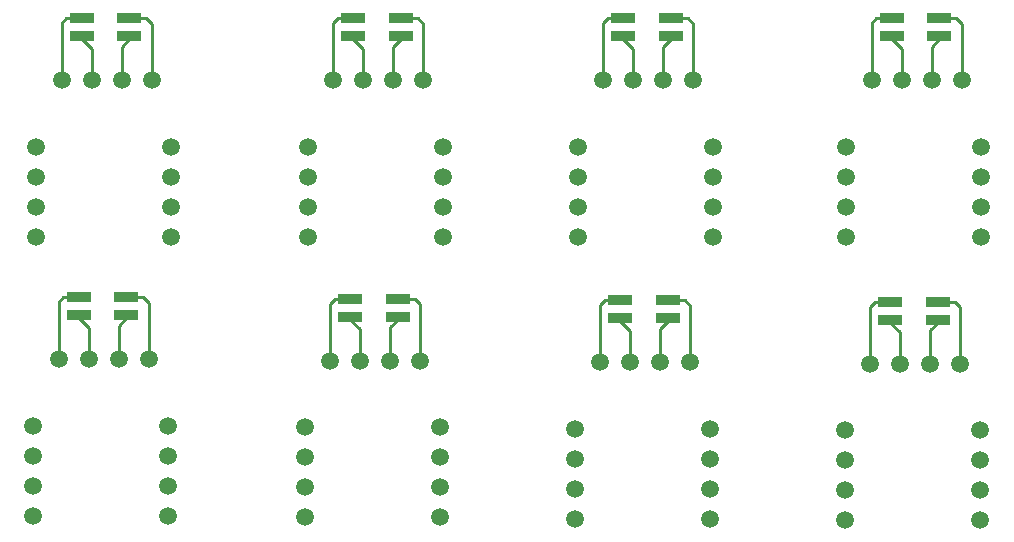
<source format=gbr>
G04 #@! TF.GenerationSoftware,KiCad,Pcbnew,(5.1.4)-1*
G04 #@! TF.CreationDate,2019-12-01T11:28:44-05:00*
G04 #@! TF.ProjectId,bob_ws2811_driver,626f625f-7773-4323-9831-315f64726976,rev?*
G04 #@! TF.SameCoordinates,Original*
G04 #@! TF.FileFunction,Copper,L2,Bot*
G04 #@! TF.FilePolarity,Positive*
%FSLAX46Y46*%
G04 Gerber Fmt 4.6, Leading zero omitted, Abs format (unit mm)*
G04 Created by KiCad (PCBNEW (5.1.4)-1) date 2019-12-01 11:28:44*
%MOMM*%
%LPD*%
G04 APERTURE LIST*
%ADD10R,2.000000X0.899160*%
%ADD11C,1.500000*%
%ADD12C,0.250000*%
G04 APERTURE END LIST*
D10*
X109633000Y-52946300D03*
X109633000Y-51447700D03*
X113633000Y-51447700D03*
X113633000Y-52946300D03*
D11*
X115522000Y-56690000D03*
X112982000Y-56690000D03*
X110442000Y-56690000D03*
X107902000Y-56690000D03*
X105743000Y-69929000D03*
X105743000Y-67389000D03*
X105743000Y-64849000D03*
X105743000Y-62309000D03*
X117173000Y-62309000D03*
X117173000Y-64849000D03*
X117173000Y-67389000D03*
X117173000Y-69929000D03*
D10*
X136620000Y-53073300D03*
X136620000Y-51574700D03*
X132620000Y-51574700D03*
X132620000Y-53073300D03*
D11*
X130889000Y-56817000D03*
X133429000Y-56817000D03*
X135969000Y-56817000D03*
X138509000Y-56817000D03*
X128730000Y-62436000D03*
X128730000Y-64976000D03*
X128730000Y-67516000D03*
X128730000Y-70056000D03*
X140160000Y-70056000D03*
X140160000Y-67516000D03*
X140160000Y-64976000D03*
X140160000Y-62436000D03*
X161369000Y-56944000D03*
X158829000Y-56944000D03*
X156289000Y-56944000D03*
X153749000Y-56944000D03*
X151590000Y-70183000D03*
X151590000Y-67643000D03*
X151590000Y-65103000D03*
X151590000Y-62563000D03*
X163020000Y-62563000D03*
X163020000Y-65103000D03*
X163020000Y-67643000D03*
X163020000Y-70183000D03*
D10*
X155480000Y-53200300D03*
X155480000Y-51701700D03*
X159480000Y-51701700D03*
X159480000Y-53200300D03*
D11*
X185880000Y-70310000D03*
X185880000Y-67770000D03*
X185880000Y-65230000D03*
X185880000Y-62690000D03*
D10*
X182340000Y-53327300D03*
X182340000Y-51828700D03*
X178340000Y-51828700D03*
X178340000Y-53327300D03*
D11*
X174450000Y-62690000D03*
X174450000Y-65230000D03*
X174450000Y-67770000D03*
X174450000Y-70310000D03*
X176609000Y-57071000D03*
X179149000Y-57071000D03*
X181689000Y-57071000D03*
X184229000Y-57071000D03*
X186007000Y-38687000D03*
X186007000Y-41227000D03*
X186007000Y-43767000D03*
X186007000Y-46307000D03*
D10*
X178467000Y-29324300D03*
X178467000Y-27825700D03*
X182467000Y-27825700D03*
X182467000Y-29324300D03*
D11*
X184356000Y-33068000D03*
X181816000Y-33068000D03*
X179276000Y-33068000D03*
X176736000Y-33068000D03*
X174577000Y-46307000D03*
X174577000Y-43767000D03*
X174577000Y-41227000D03*
X174577000Y-38687000D03*
X154003000Y-33068000D03*
X156543000Y-33068000D03*
X159083000Y-33068000D03*
X161623000Y-33068000D03*
D10*
X159734000Y-29324300D03*
X159734000Y-27825700D03*
X155734000Y-27825700D03*
X155734000Y-29324300D03*
D11*
X151844000Y-38687000D03*
X151844000Y-41227000D03*
X151844000Y-43767000D03*
X151844000Y-46307000D03*
X163274000Y-46307000D03*
X163274000Y-43767000D03*
X163274000Y-41227000D03*
X163274000Y-38687000D03*
D10*
X132874000Y-29324300D03*
X132874000Y-27825700D03*
X136874000Y-27825700D03*
X136874000Y-29324300D03*
D11*
X128984000Y-46307000D03*
X128984000Y-43767000D03*
X128984000Y-41227000D03*
X128984000Y-38687000D03*
X140414000Y-38687000D03*
X140414000Y-41227000D03*
X140414000Y-43767000D03*
X140414000Y-46307000D03*
X138763000Y-33068000D03*
X136223000Y-33068000D03*
X133683000Y-33068000D03*
X131143000Y-33068000D03*
X117427000Y-46307000D03*
X117427000Y-43767000D03*
X117427000Y-41227000D03*
X117427000Y-38687000D03*
X105997000Y-38687000D03*
X105997000Y-41227000D03*
X105997000Y-43767000D03*
X105997000Y-46307000D03*
D10*
X113887000Y-29324300D03*
X113887000Y-27825700D03*
X109887000Y-27825700D03*
X109887000Y-29324300D03*
D11*
X108156000Y-33068000D03*
X110696000Y-33068000D03*
X113236000Y-33068000D03*
X115776000Y-33068000D03*
D12*
X108156000Y-33068000D02*
X108156000Y-28242000D01*
X108572300Y-27825700D02*
X109626400Y-27825700D01*
X108156000Y-28242000D02*
X108572300Y-27825700D01*
X110696000Y-30393900D02*
X109626400Y-29324300D01*
X110696000Y-33068000D02*
X110696000Y-30393900D01*
X113236000Y-30235900D02*
X114147600Y-29324300D01*
X113236000Y-33068000D02*
X113236000Y-30235900D01*
X115776000Y-33068000D02*
X115776000Y-28273000D01*
X115328700Y-27825700D02*
X114147600Y-27825700D01*
X115776000Y-28273000D02*
X115328700Y-27825700D01*
X138315700Y-27825700D02*
X137134600Y-27825700D01*
X138763000Y-33068000D02*
X138763000Y-28273000D01*
X138763000Y-28273000D02*
X138315700Y-27825700D01*
X133683000Y-33068000D02*
X133683000Y-30393900D01*
X136223000Y-33068000D02*
X136223000Y-30235900D01*
X133683000Y-30393900D02*
X132613400Y-29324300D01*
X136223000Y-30235900D02*
X137134600Y-29324300D01*
X131559300Y-27825700D02*
X132613400Y-27825700D01*
X131143000Y-33068000D02*
X131143000Y-28242000D01*
X131143000Y-28242000D02*
X131559300Y-27825700D01*
X159083000Y-33068000D02*
X159083000Y-30235900D01*
X154419300Y-27825700D02*
X155473400Y-27825700D01*
X161623000Y-33068000D02*
X161623000Y-28273000D01*
X154003000Y-33068000D02*
X154003000Y-28242000D01*
X154003000Y-28242000D02*
X154419300Y-27825700D01*
X161175700Y-27825700D02*
X159994600Y-27825700D01*
X156543000Y-33068000D02*
X156543000Y-30393900D01*
X156543000Y-30393900D02*
X155473400Y-29324300D01*
X161623000Y-28273000D02*
X161175700Y-27825700D01*
X159083000Y-30235900D02*
X159994600Y-29324300D01*
X184356000Y-33068000D02*
X184356000Y-28273000D01*
X177152300Y-27825700D02*
X178206400Y-27825700D01*
X176736000Y-33068000D02*
X176736000Y-28242000D01*
X183908700Y-27825700D02*
X182727600Y-27825700D01*
X179276000Y-33068000D02*
X179276000Y-30393900D01*
X179276000Y-30393900D02*
X178206400Y-29324300D01*
X181816000Y-33068000D02*
X181816000Y-30235900D01*
X176736000Y-28242000D02*
X177152300Y-27825700D01*
X184356000Y-28273000D02*
X183908700Y-27825700D01*
X181816000Y-30235900D02*
X182727600Y-29324300D01*
X177025300Y-51828700D02*
X178079400Y-51828700D01*
X184229000Y-57071000D02*
X184229000Y-52276000D01*
X183781700Y-51828700D02*
X182600600Y-51828700D01*
X179149000Y-54396900D02*
X178079400Y-53327300D01*
X176609000Y-57071000D02*
X176609000Y-52245000D01*
X181689000Y-57071000D02*
X181689000Y-54238900D01*
X176609000Y-52245000D02*
X177025300Y-51828700D01*
X181689000Y-54238900D02*
X182600600Y-53327300D01*
X179149000Y-57071000D02*
X179149000Y-54396900D01*
X184229000Y-52276000D02*
X183781700Y-51828700D01*
X161369000Y-52149000D02*
X160921700Y-51701700D01*
X154165300Y-51701700D02*
X155219400Y-51701700D01*
X156289000Y-56944000D02*
X156289000Y-54269900D01*
X158829000Y-56944000D02*
X158829000Y-54111900D01*
X160921700Y-51701700D02*
X159740600Y-51701700D01*
X153749000Y-52118000D02*
X154165300Y-51701700D01*
X158829000Y-54111900D02*
X159740600Y-53200300D01*
X153749000Y-56944000D02*
X153749000Y-52118000D01*
X156289000Y-54269900D02*
X155219400Y-53200300D01*
X161369000Y-56944000D02*
X161369000Y-52149000D01*
X130889000Y-56817000D02*
X130889000Y-51991000D01*
X130889000Y-51991000D02*
X131305300Y-51574700D01*
X133429000Y-54142900D02*
X132359400Y-53073300D01*
X131305300Y-51574700D02*
X132359400Y-51574700D01*
X135969000Y-53984900D02*
X136880600Y-53073300D01*
X133429000Y-56817000D02*
X133429000Y-54142900D01*
X135969000Y-56817000D02*
X135969000Y-53984900D01*
X138061700Y-51574700D02*
X136880600Y-51574700D01*
X138509000Y-56817000D02*
X138509000Y-52022000D01*
X138509000Y-52022000D02*
X138061700Y-51574700D01*
X108318300Y-51447700D02*
X109372400Y-51447700D01*
X112982000Y-53857900D02*
X113893600Y-52946300D01*
X110442000Y-56690000D02*
X110442000Y-54015900D01*
X112982000Y-56690000D02*
X112982000Y-53857900D01*
X115074700Y-51447700D02*
X113893600Y-51447700D01*
X115522000Y-56690000D02*
X115522000Y-51895000D01*
X107902000Y-56690000D02*
X107902000Y-51864000D01*
X107902000Y-51864000D02*
X108318300Y-51447700D01*
X110442000Y-54015900D02*
X109372400Y-52946300D01*
X115522000Y-51895000D02*
X115074700Y-51447700D01*
M02*

</source>
